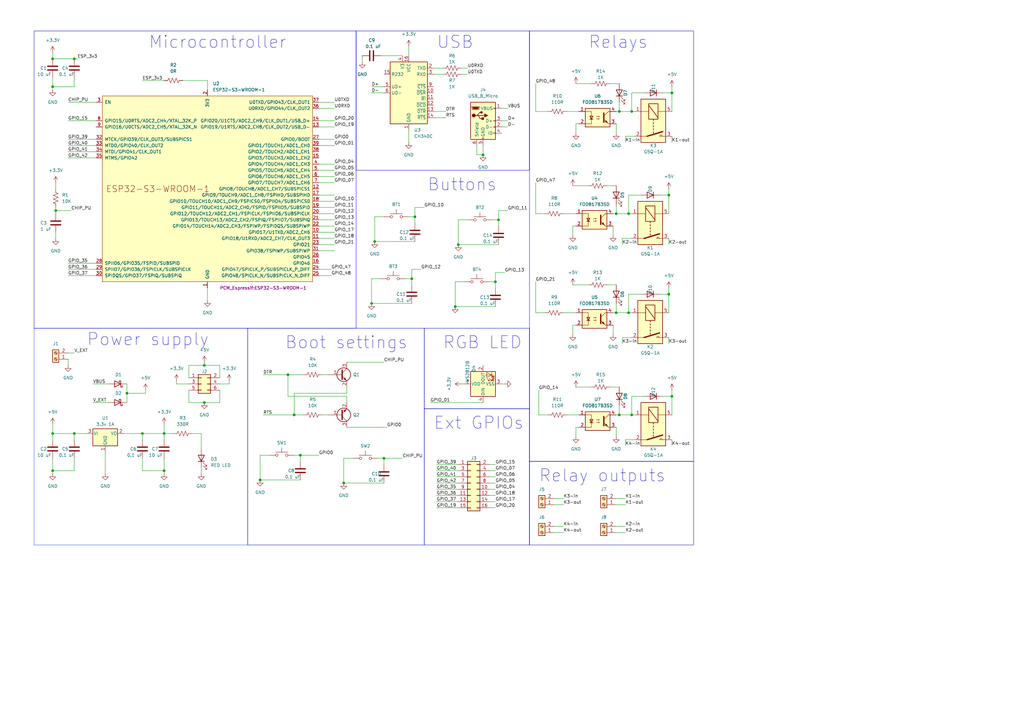
<source format=kicad_sch>
(kicad_sch (version 20230121) (generator eeschema)
  (paper "A3")
  (title_block (title "ESP32 Relay") (date "2023-07-29") (rev "V1") (company "Easy Learning"))
  (junction (at 157.48 187.96))
  (junction (at 118.11 153.67))
  (junction (at 252.73 128.27))
  (junction (at 187.96 100.33))
  (junction (at 106.68 196.85))
  (junction (at 21.59 35.56))
  (junction (at 198.12 63.5))
  (junction (at 52.07 161.29))
  (junction (at 21.59 177.8))
  (junction (at 83.82 149.86))
  (junction (at 259.08 45.72))
  (junction (at 170.18 88.9))
  (junction (at 21.59 24.13))
  (junction (at 30.48 24.13))
  (junction (at 67.31 177.8))
  (junction (at 140.97 198.12))
  (junction (at 67.31 193.04))
  (junction (at 275.59 162.56))
  (junction (at 22.86 86.36))
  (junction (at 30.48 177.8))
  (junction (at 274.32 120.65))
  (junction (at 257.81 87.63))
  (junction (at 153.67 99.06))
  (junction (at 257.81 128.27))
  (junction (at 275.59 38.1))
  (junction (at 21.59 193.04))
  (junction (at 254 170.18))
  (junction (at 254 45.72))
  (junction (at 252.73 87.63))
  (junction (at 259.08 170.18))
  (junction (at 274.32 80.01))
  (junction (at 123.19 186.69))
  (junction (at 203.2 115.57))
  (junction (at 58.42 177.8))
  (junction (at 152.4 124.46))
  (junction (at 204.47 90.17))
  (junction (at 186.69 125.73))
  (junction (at 120.65 170.18))
  (junction (at 83.82 165.1))
  (junction (at 168.91 114.3))
  (wire (pts (xy 21.59 35.56) (xy 21.59 36.83)))
  (wire (pts (xy 77.47 165.1) (xy 83.82 165.1)))
  (wire (pts (xy 107.95 153.67) (xy 118.11 153.67)))
  (wire (pts (xy 170.18 88.9) (xy 167.64 88.9)))
  (wire (pts (xy 232.41 170.18) (xy 237.49 170.18)))
  (wire (pts (xy 72.39 157.48) (xy 72.39 156.21)))
  (wire (pts (xy 140.97 198.12) (xy 157.48 198.12)))
  (wire (pts (xy 252.73 87.63) (xy 257.81 87.63)))
  (wire (pts (xy 27.94 147.32) (xy 27.94 149.86)))
  (wire (pts (xy 236.22 158.75) (xy 242.57 158.75)))
  (wire (pts (xy 255.27 97.79) (xy 259.08 97.79)))
  (wire (pts (xy 118.11 153.67) (xy 118.11 162.56)))
  (wire (pts (xy 257.81 87.63) (xy 259.08 87.63)))
  (wire (pts (xy 204.47 90.17) (xy 201.93 90.17)))
  (wire (pts (xy 220.98 170.18) (xy 224.79 170.18)))
  (wire (pts (xy 21.59 177.8) (xy 30.48 177.8)))
  (wire (pts (xy 219.71 45.72) (xy 224.79 45.72)))
  (wire (pts (xy 67.31 180.34) (xy 67.31 177.8)))
  (wire (pts (xy 257.81 80.01) (xy 257.81 87.63)))
  (wire (pts (xy 130.81 41.91) (xy 137.16 41.91)))
  (wire (pts (xy 90.17 157.48) (xy 93.98 157.48)))
  (wire (pts (xy 77.47 154.94) (xy 77.47 149.86)))
  (wire (pts (xy 259.08 38.1) (xy 259.08 45.72)))
  (wire (pts (xy 252.73 215.9) (xy 256.54 215.9)))
  (wire (pts (xy 179.07 203.2) (xy 187.96 203.2)))
  (wire (pts (xy 189.23 30.48) (xy 191.77 30.48)))
  (wire (pts (xy 142.24 162.56) (xy 118.11 162.56)))
  (wire (pts (xy 93.98 157.48) (xy 93.98 156.21)))
  (wire (pts (xy 59.69 161.29) (xy 52.07 161.29)))
  (wire (pts (xy 190.5 115.57) (xy 186.69 115.57)))
  (wire (pts (xy 168.91 116.84) (xy 168.91 114.3)))
  (wire (pts (xy 179.07 208.28) (xy 187.96 208.28)))
  (wire (pts (xy 130.81 57.15) (xy 137.16 57.15)))
  (wire (pts (xy 27.94 110.49) (xy 39.37 110.49)))
  (wire (pts (xy 220.98 160.02) (xy 220.98 170.18)))
  (wire (pts (xy 21.59 177.8) (xy 21.59 180.34)))
  (wire (pts (xy 30.48 187.96) (xy 30.48 193.04)))
  (wire (pts (xy 130.81 97.79) (xy 137.16 97.79)))
  (wire (pts (xy 67.31 193.04) (xy 67.31 194.31)))
  (wire (pts (xy 30.48 31.75) (xy 30.48 35.56)))
  (wire (pts (xy 27.94 64.77) (xy 39.37 64.77)))
  (wire (pts (xy 67.31 177.8) (xy 58.42 177.8)))
  (wire (pts (xy 130.81 80.01) (xy 137.16 80.01)))
  (wire (pts (xy 22.86 95.25) (xy 22.86 97.79)))
  (wire (pts (xy 21.59 193.04) (xy 21.59 194.31)))
  (wire (pts (xy 130.81 72.39) (xy 137.16 72.39)))
  (wire (pts (xy 256.54 58.42) (xy 256.54 55.88)))
  (wire (pts (xy 170.18 91.44) (xy 170.18 88.9)))
  (wire (pts (xy 90.17 154.94) (xy 90.17 149.86)))
  (wire (pts (xy 203.2 111.76) (xy 207.01 111.76)))
  (wire (pts (xy 256.54 182.88) (xy 256.54 180.34)))
  (wire (pts (xy 179.07 205.74) (xy 187.96 205.74)))
  (wire (pts (xy 120.65 170.18) (xy 124.46 170.18)))
  (wire (pts (xy 255.27 100.33) (xy 255.27 97.79)))
  (wire (pts (xy 130.81 95.25) (xy 137.16 95.25)))
  (wire (pts (xy 274.32 77.47) (xy 274.32 80.01)))
  (wire (pts (xy 167.64 19.05) (xy 167.64 22.86)))
  (wire (pts (xy 252.73 50.8) (xy 252.73 54.61)))
  (wire (pts (xy 252.73 45.72) (xy 254 45.72)))
  (wire (pts (xy 262.89 120.65) (xy 257.81 120.65)))
  (wire (pts (xy 77.47 160.02) (xy 77.47 165.1)))
  (wire (pts (xy 85.09 33.02) (xy 85.09 36.83)))
  (wire (pts (xy 264.16 38.1) (xy 259.08 38.1)))
  (wire (pts (xy 123.19 186.69) (xy 130.81 186.69)))
  (wire (pts (xy 237.49 175.26) (xy 236.22 175.26)))
  (wire (pts (xy 27.94 113.03) (xy 39.37 113.03)))
  (wire (pts (xy 248.92 76.2) (xy 252.73 76.2)))
  (wire (pts (xy 130.81 44.45) (xy 137.16 44.45)))
  (wire (pts (xy 236.22 92.71) (xy 234.95 92.71)))
  (wire (pts (xy 130.81 110.49) (xy 135.89 110.49)))
  (wire (pts (xy 142.24 175.26) (xy 158.75 175.26)))
  (wire (pts (xy 52.07 157.48) (xy 52.07 161.29)))
  (wire (pts (xy 251.46 87.63) (xy 252.73 87.63)))
  (wire (pts (xy 274.32 97.79) (xy 274.32 100.33)))
  (wire (pts (xy 203.2 111.76) (xy 203.2 115.57)))
  (wire (pts (xy 22.86 86.36) (xy 29.21 86.36)))
  (wire (pts (xy 152.4 38.1) (xy 157.48 38.1)))
  (wire (pts (xy 177.8 30.48) (xy 181.61 30.48)))
  (wire (pts (xy 264.16 162.56) (xy 259.08 162.56)))
  (wire (pts (xy 252.73 204.47) (xy 256.54 204.47)))
  (wire (pts (xy 153.67 99.06) (xy 170.18 99.06)))
  (wire (pts (xy 274.32 120.65) (xy 274.32 128.27)))
  (wire (pts (xy 255.27 140.97) (xy 255.27 138.43)))
  (wire (pts (xy 168.91 110.49) (xy 168.91 114.3)))
  (wire (pts (xy 22.86 85.09) (xy 22.86 86.36)))
  (wire (pts (xy 148.59 22.86) (xy 148.59 25.4)))
  (wire (pts (xy 132.08 153.67) (xy 134.62 153.67)))
  (wire (pts (xy 251.46 133.35) (xy 251.46 137.16)))
  (wire (pts (xy 130.81 100.33) (xy 137.16 100.33)))
  (wire (pts (xy 259.08 45.72) (xy 260.35 45.72)))
  (wire (pts (xy 67.31 177.8) (xy 71.12 177.8)))
  (wire (pts (xy 30.48 193.04) (xy 21.59 193.04)))
  (wire (pts (xy 27.94 62.23) (xy 39.37 62.23)))
  (wire (pts (xy 219.71 128.27) (xy 223.52 128.27)))
  (wire (pts (xy 58.42 187.96) (xy 58.42 193.04)))
  (wire (pts (xy 38.1 157.48) (xy 44.45 157.48)))
  (wire (pts (xy 234.95 133.35) (xy 234.95 137.16)))
  (wire (pts (xy 142.24 165.1) (xy 142.24 162.56)))
  (wire (pts (xy 179.07 193.04) (xy 187.96 193.04)))
  (wire (pts (xy 254 166.37) (xy 254 170.18)))
  (wire (pts (xy 152.4 124.46) (xy 168.91 124.46)))
  (wire (pts (xy 198.12 59.69) (xy 198.12 63.5)))
  (wire (pts (xy 152.4 114.3) (xy 152.4 124.46)))
  (wire (pts (xy 274.32 138.43) (xy 274.32 140.97)))
  (wire (pts (xy 152.4 35.56) (xy 157.48 35.56)))
  (wire (pts (xy 83.82 149.86) (xy 83.82 148.59)))
  (wire (pts (xy 200.66 195.58) (xy 203.2 195.58)))
  (wire (pts (xy 123.19 186.69) (xy 120.65 186.69)))
  (wire (pts (xy 157.48 187.96) (xy 154.94 187.96)))
  (wire (pts (xy 144.78 187.96) (xy 140.97 187.96)))
  (wire (pts (xy 123.19 189.23) (xy 123.19 186.69)))
  (wire (pts (xy 257.81 120.65) (xy 257.81 128.27)))
  (wire (pts (xy 179.07 190.5) (xy 187.96 190.5)))
  (wire (pts (xy 130.81 67.31) (xy 137.16 67.31)))
  (wire (pts (xy 179.07 200.66) (xy 187.96 200.66)))
  (wire (pts (xy 200.66 205.74) (xy 203.2 205.74)))
  (wire (pts (xy 189.23 157.48) (xy 190.5 157.48)))
  (wire (pts (xy 132.08 170.18) (xy 134.62 170.18)))
  (wire (pts (xy 205.74 44.45) (xy 208.28 44.45)))
  (wire (pts (xy 30.48 177.8) (xy 35.56 177.8)))
  (wire (pts (xy 130.81 92.71) (xy 137.16 92.71)))
  (wire (pts (xy 200.66 198.12) (xy 203.2 198.12)))
  (wire (pts (xy 67.31 173.99) (xy 67.31 177.8)))
  (wire (pts (xy 27.94 41.91) (xy 39.37 41.91)))
  (wire (pts (xy 90.17 165.1) (xy 83.82 165.1)))
  (wire (pts (xy 186.69 115.57) (xy 186.69 125.73)))
  (wire (pts (xy 275.59 55.88) (xy 275.59 58.42)))
  (wire (pts (xy 130.81 82.55) (xy 137.16 82.55)))
  (wire (pts (xy 179.07 198.12) (xy 187.96 198.12)))
  (wire (pts (xy 251.46 92.71) (xy 251.46 96.52)))
  (wire (pts (xy 59.69 160.02) (xy 59.69 161.29)))
  (wire (pts (xy 168.91 114.3) (xy 166.37 114.3)))
  (wire (pts (xy 77.47 157.48) (xy 72.39 157.48)))
  (wire (pts (xy 156.21 22.86) (xy 165.1 22.86)))
  (wire (pts (xy 170.18 85.09) (xy 173.99 85.09)))
  (wire (pts (xy 219.71 115.57) (xy 219.71 128.27)))
  (wire (pts (xy 200.66 193.04) (xy 203.2 193.04)))
  (wire (pts (xy 21.59 173.99) (xy 21.59 177.8)))
  (wire (pts (xy 58.42 193.04) (xy 67.31 193.04)))
  (wire (pts (xy 227.33 215.9) (xy 231.14 215.9)))
  (wire (pts (xy 219.71 34.29) (xy 219.71 45.72)))
  (wire (pts (xy 187.96 100.33) (xy 204.47 100.33)))
  (wire (pts (xy 130.81 52.07) (xy 137.16 52.07)))
  (wire (pts (xy 195.58 63.5) (xy 198.12 63.5)))
  (wire (pts (xy 254 170.18) (xy 259.08 170.18)))
  (wire (pts (xy 275.59 180.34) (xy 275.59 182.88)))
  (wire (pts (xy 82.55 191.77) (xy 82.55 194.31)))
  (wire (pts (xy 234.95 116.84) (xy 241.3 116.84)))
  (wire (pts (xy 90.17 160.02) (xy 90.17 165.1)))
  (wire (pts (xy 58.42 33.02) (xy 67.31 33.02)))
  (wire (pts (xy 259.08 162.56) (xy 259.08 170.18)))
  (wire (pts (xy 257.81 128.27) (xy 259.08 128.27)))
  (wire (pts (xy 275.59 162.56) (xy 275.59 170.18)))
  (wire (pts (xy 254 45.72) (xy 259.08 45.72)))
  (wire (pts (xy 227.33 207.01) (xy 231.14 207.01)))
  (wire (pts (xy 256.54 180.34) (xy 260.35 180.34)))
  (wire (pts (xy 250.19 158.75) (xy 254 158.75)))
  (wire (pts (xy 232.41 45.72) (xy 237.49 45.72)))
  (wire (pts (xy 21.59 31.75) (xy 21.59 35.56)))
  (wire (pts (xy 270.51 120.65) (xy 274.32 120.65)))
  (wire (pts (xy 200.66 208.28) (xy 203.2 208.28)))
  (wire (pts (xy 110.49 186.69) (xy 106.68 186.69)))
  (wire (pts (xy 205.74 157.48) (xy 207.01 157.48)))
  (wire (pts (xy 74.93 33.02) (xy 85.09 33.02)))
  (wire (pts (xy 274.32 118.11) (xy 274.32 120.65)))
  (wire (pts (xy 130.81 90.17) (xy 137.16 90.17)))
  (wire (pts (xy 30.48 24.13) (xy 31.75 24.13)))
  (wire (pts (xy 167.64 53.34) (xy 167.64 58.42)))
  (wire (pts (xy 252.73 124.46) (xy 252.73 128.27)))
  (wire (pts (xy 248.92 116.84) (xy 252.73 116.84)))
  (wire (pts (xy 170.18 85.09) (xy 170.18 88.9)))
  (wire (pts (xy 52.07 161.29) (xy 52.07 165.1)))
  (wire (pts (xy 27.94 59.69) (xy 39.37 59.69)))
  (wire (pts (xy 21.59 21.59) (xy 21.59 24.13)))
  (wire (pts (xy 252.73 175.26) (xy 252.73 179.07)))
  (wire (pts (xy 203.2 115.57) (xy 200.66 115.57)))
  (wire (pts (xy 140.97 187.96) (xy 140.97 198.12)))
  (wire (pts (xy 236.22 175.26) (xy 236.22 179.07)))
  (wire (pts (xy 205.74 52.07) (xy 208.28 52.07)))
  (wire (pts (xy 130.81 102.87) (xy 137.16 102.87)))
  (wire (pts (xy 200.66 190.5) (xy 203.2 190.5)))
  (wire (pts (xy 252.73 218.44) (xy 256.54 218.44)))
  (wire (pts (xy 21.59 24.13) (xy 30.48 24.13)))
  (wire (pts (xy 58.42 177.8) (xy 58.42 180.34)))
  (wire (pts (xy 130.81 74.93) (xy 137.16 74.93)))
  (wire (pts (xy 255.27 138.43) (xy 259.08 138.43)))
  (wire (pts (xy 275.59 160.02) (xy 275.59 162.56)))
  (wire (pts (xy 236.22 133.35) (xy 234.95 133.35)))
  (wire (pts (xy 142.24 158.75) (xy 142.24 161.29)))
  (wire (pts (xy 118.11 153.67) (xy 124.46 153.67)))
  (wire (pts (xy 219.71 74.93) (xy 219.71 87.63)))
  (wire (pts (xy 177.8 27.94) (xy 181.61 27.94)))
  (wire (pts (xy 179.07 195.58) (xy 187.96 195.58)))
  (wire (pts (xy 200.66 200.66) (xy 203.2 200.66)))
  (wire (pts (xy 182.88 48.26) (xy 177.8 48.26)))
  (wire (pts (xy 251.46 128.27) (xy 252.73 128.27)))
  (wire (pts (xy 237.49 50.8) (xy 236.22 50.8)))
  (wire (pts (xy 82.55 177.8) (xy 82.55 184.15)))
  (wire (pts (xy 157.48 187.96) (xy 165.1 187.96)))
  (wire (pts (xy 219.71 87.63) (xy 223.52 87.63)))
  (wire (pts (xy 168.91 110.49) (xy 172.72 110.49)))
  (wire (pts (xy 203.2 118.11) (xy 203.2 115.57)))
  (wire (pts (xy 130.81 85.09) (xy 137.16 85.09)))
  (wire (pts (xy 236.22 50.8) (xy 236.22 54.61)))
  (wire (pts (xy 252.73 207.01) (xy 256.54 207.01)))
  (wire (pts (xy 231.14 128.27) (xy 236.22 128.27)))
  (wire (pts (xy 227.33 204.47) (xy 231.14 204.47)))
  (wire (pts (xy 191.77 90.17) (xy 187.96 90.17)))
  (wire (pts (xy 22.86 86.36) (xy 22.86 87.63)))
  (wire (pts (xy 259.08 170.18) (xy 260.35 170.18)))
  (wire (pts (xy 43.18 185.42) (xy 43.18 194.31)))
  (wire (pts (xy 157.48 190.5) (xy 157.48 187.96)))
  (wire (pts (xy 271.78 162.56) (xy 275.59 162.56)))
  (wire (pts (xy 130.81 69.85) (xy 137.16 69.85)))
  (wire (pts (xy 270.51 80.01) (xy 274.32 80.01)))
  (wire (pts (xy 130.81 87.63) (xy 137.16 87.63)))
  (wire (pts (xy 205.74 49.53) (xy 208.28 49.53)))
  (wire (pts (xy 204.47 86.36) (xy 204.47 90.17)))
  (wire (pts (xy 256.54 55.88) (xy 260.35 55.88)))
  (wire (pts (xy 252.73 128.27) (xy 257.81 128.27)))
  (wire (pts (xy 27.94 49.53) (xy 39.37 49.53)))
  (wire (pts (xy 177.8 45.72) (xy 182.88 45.72)))
  (wire (pts (xy 262.89 80.01) (xy 257.81 80.01)))
  (wire (pts (xy 236.22 34.29) (xy 242.57 34.29)))
  (wire (pts (xy 106.68 186.69) (xy 106.68 196.85)))
  (wire (pts (xy 234.95 92.71) (xy 234.95 96.52)))
  (wire (pts (xy 186.69 125.73) (xy 203.2 125.73)))
  (wire (pts (xy 27.94 144.78) (xy 30.48 144.78)))
  (wire (pts (xy 130.81 49.53) (xy 137.16 49.53)))
  (wire (pts (xy 27.94 57.15) (xy 39.37 57.15)))
  (wire (pts (xy 30.48 177.8) (xy 30.48 180.34)))
  (wire (pts (xy 106.68 196.85) (xy 123.19 196.85)))
  (wire (pts (xy 189.23 27.94) (xy 191.77 27.94)))
  (wire (pts (xy 22.86 74.93) (xy 22.86 77.47)))
  (wire (pts (xy 227.33 218.44) (xy 231.14 218.44)))
  (wire (pts (xy 21.59 35.56) (xy 30.48 35.56)))
  (wire (pts (xy 90.17 149.86) (xy 83.82 149.86)))
  (wire (pts (xy 21.59 187.96) (xy 21.59 193.04)))
  (wire (pts (xy 142.24 148.59) (xy 157.48 148.59)))
  (wire (pts (xy 50.8 177.8) (xy 58.42 177.8)))
  (wire (pts (xy 271.78 38.1) (xy 275.59 38.1)))
  (wire (pts (xy 252.73 83.82) (xy 252.73 87.63)))
  (wire (pts (xy 204.47 92.71) (xy 204.47 90.17)))
  (wire (pts (xy 204.47 86.36) (xy 208.28 86.36)))
  (wire (pts (xy 78.74 177.8) (xy 82.55 177.8)))
  (wire (pts (xy 130.81 59.69) (xy 137.16 59.69)))
  (wire (pts (xy 77.47 149.86) (xy 83.82 149.86)))
  (wire (pts (xy 107.95 170.18) (xy 120.65 170.18)))
  (wire (pts (xy 153.67 88.9) (xy 153.67 99.06)))
  (wire (pts (xy 254 41.91) (xy 254 45.72)))
  (wire (pts (xy 157.48 88.9) (xy 153.67 88.9)))
  (wire (pts (xy 195.58 59.69) (xy 195.58 63.5)))
  (wire (pts (xy 67.31 187.96) (xy 67.31 193.04)))
  (wire (pts (xy 234.95 76.2) (xy 241.3 76.2)))
  (wire (pts (xy 130.81 113.03) (xy 135.89 113.03)))
  (wire (pts (xy 187.96 90.17) (xy 187.96 100.33)))
  (wire (pts (xy 250.19 34.29) (xy 254 34.29)))
  (wire (pts (xy 274.32 80.01) (xy 274.32 87.63)))
  (wire (pts (xy 156.21 114.3) (xy 152.4 114.3)))
  (wire (pts (xy 27.94 107.95) (xy 39.37 107.95)))
  (wire (pts (xy 176.53 165.1) (xy 198.12 165.1)))
  (wire (pts (xy 252.73 170.18) (xy 254 170.18)))
  (wire (pts (xy 275.59 38.1) (xy 275.59 45.72)))
  (wire (pts (xy 275.59 35.56) (xy 275.59 38.1)))
  (wire (pts (xy 200.66 203.2) (xy 203.2 203.2)))
  (wire (pts (xy 38.1 165.1) (xy 44.45 165.1)))
  (wire (pts (xy 85.09 118.11) (xy 85.09 123.19)))
  (wire (pts (xy 120.65 161.29) (xy 120.65 170.18)))
  (wire (pts (xy 231.14 87.63) (xy 236.22 87.63)))
  (wire (pts (xy 142.24 161.29) (xy 120.65 161.29)))
  (rectangle (start 173.99 134.62) (end 217.17 167.64))
  (rectangle (start 217.17 12.7) (end 284.48 189.23))
  (rectangle (start 217.17 189.23) (end 284.48 223.52))
  (rectangle (start 101.6 134.62) (end 173.99 223.52))
  (rectangle (start 173.99 167.64) (end 217.17 223.52))
  (rectangle (start 146.05 12.7) (end 217.17 69.85))
  (rectangle (start 13.97 134.62) (end 101.6 223.52) (stroke (width 0) (color 50 71 255 1)))
  (rectangle (start 13.97 12.7) (end 146.05 134.62))
  (text "Relays" (at 241.3 20.32 0) (effects (font (size 5 5)) (justify left bottom)))
  (text "Buttons" (at 175.26 78.74 0) (effects (font (size 5 5)) (justify left bottom)))
  (text "Microcontroller" (at 60.96 20.32 0) (effects (font (size 5 5)) (justify left bottom)))
  (text "USB" (at 179.07 20.32 0) (effects (font (size 5 5)) (justify left bottom)))
  (text "Boot settings" (at 116.84 143.51 0) (effects (font (size 5 5)) (justify left bottom)))
  (text "Relay outputs\n" (at 220.98 198.12 0) (effects (font (size 5 5)) (justify left bottom)))
  (text "RGB LED\n" (at 181.61 143.51 0) (effects (font (size 5 5)) (justify left bottom)))
  (text "Ext GPIOs\n" (at 177.8 176.53 0) (effects (font (size 5 5)) (justify left bottom)))
  (text "Power supply\n" (at 35.56 142.24 0) (effects (font (size 5 5)) (justify left bottom)))
  (label "K3-out" (at 231.14 207.01 0))
  (label "GPIO_13" (at 207.01 111.76 0))
  (label "GPIO_47" (at 219.71 74.93 0))
  (label "GPIO_42" (at 27.94 64.77 0))
  (label "GPIO_12" (at 172.72 110.49 0))
  (label "GPIO_01" (at 137.16 59.69 0))
  (label "GPIO_37" (at 27.94 113.03 0))
  (label "GPIO_17" (at 137.16 95.25 0))
  (label "K4-in" (at 256.54 182.88 0))
  (label "GPIO_01" (at 176.53 165.1 0))
  (label "K1-out" (at 275.59 58.42 0))
  (label "K1-in" (at 256.54 58.42 0))
  (label "GPIO_07" (at 137.16 74.93 0))
  (label "V_EXT" (at 30.48 144.78 0))
  (label "RTS" (at 182.88 48.26 0))
  (label "GPIO_36" (at 27.94 110.49 0))
  (label "GPIO_20" (at 203.2 208.28 0))
  (label "K4-in" (at 231.14 215.9 0))
  (label "GPIO_04" (at 203.2 200.66 0))
  (label "D-" (at 208.28 52.07 0))
  (label "GPIO_06" (at 137.16 72.39 0))
  (label "GPIO_11" (at 137.16 85.09 0))
  (label "GPIO_17" (at 203.2 205.74 0))
  (label "K2-out" (at 274.32 100.33 0))
  (label "D-" (at 152.4 38.1 0))
  (label "GPIO_20" (at 137.16 49.53 0))
  (label "GPIO0" (at 137.16 57.15 0))
  (label "GPIO_48" (at 135.89 113.03 0))
  (label "GPIO_15" (at 27.94 49.53 0))
  (label "GPIO0" (at 130.81 186.69 0))
  (label "ESP_3v3" (at 31.75 24.13 0))
  (label "RTS" (at 107.95 170.18 0))
  (label "K3-in" (at 231.14 204.47 0))
  (label "V_EXT" (at 38.1 165.1 0))
  (label "U0TXD" (at 191.77 30.48 0))
  (label "GPIO_10" (at 137.16 82.55 0))
  (label "GPIO_48" (at 219.71 34.29 0))
  (label "GPIO_19" (at 137.16 52.07 0))
  (label "GPIO_40" (at 179.07 193.04 0))
  (label "GPIO_15" (at 203.2 190.5 0))
  (label "K1-out" (at 256.54 207.01 0))
  (label "K3-out" (at 274.32 140.97 0))
  (label "DTR" (at 107.95 153.67 0))
  (label "GPIO_18" (at 203.2 203.2 0))
  (label "GPIO_10" (at 173.99 85.09 0))
  (label "GPIO_19" (at 179.07 208.28 0))
  (label "CHIP_PU" (at 165.1 187.96 0))
  (label "GPIO_40" (at 27.94 59.69 0))
  (label "ESP_3v3" (at 58.42 33.02 0))
  (label "K2-in" (at 255.27 100.33 0))
  (label "GPIO_37" (at 179.07 205.74 0))
  (label "GPIO_12" (at 137.16 87.63 0))
  (label "K4-out" (at 231.14 218.44 0))
  (label "CHIP_PU" (at 27.94 41.91 0))
  (label "CHIP_PU" (at 29.21 86.36 0))
  (label "GPIO_39" (at 179.07 190.5 0))
  (label "GPIO_07" (at 203.2 193.04 0))
  (label "K2-in" (at 256.54 215.9 0))
  (label "U0RXD" (at 137.16 44.45 0))
  (label "GPIO0" (at 158.75 175.26 0))
  (label "GPIO_13" (at 137.16 90.17 0))
  (label "GPIO_42" (at 179.07 198.12 0))
  (label "GPIO_35" (at 27.94 107.95 0))
  (label "VBUS" (at 38.1 157.48 0))
  (label "GPIO_35" (at 179.07 200.66 0))
  (label "U0RXD" (at 191.77 27.94 0))
  (label "GPIO_14" (at 220.98 160.02 0))
  (label "K1-in" (at 256.54 204.47 0))
  (label "GPIO_14" (at 137.16 92.71 0))
  (label "GPIO_41" (at 27.94 62.23 0))
  (label "GPIO_11" (at 208.28 86.36 0))
  (label "U0TXD" (at 137.16 41.91 0))
  (label "K3-in" (at 255.27 140.97 0))
  (label "DTR" (at 182.88 45.72 0))
  (label "GPIO_18" (at 137.16 97.79 0))
  (label "GPIO_36" (at 179.07 203.2 0))
  (label "GPIO_05" (at 137.16 69.85 0))
  (label "GPIO_47" (at 135.89 110.49 0))
  (label "GPIO_06" (at 203.2 195.58 0))
  (label "GPIO_05" (at 203.2 198.12 0))
  (label "K2-out" (at 256.54 218.44 0))
  (label "K4-out" (at 275.59 182.88 0))
  (label "VBUS" (at 208.28 44.45 0))
  (label "D+" (at 152.4 35.56 0))
  (label "GPIO_39" (at 27.94 57.15 0))
  (label "GPIO_21" (at 219.71 115.57 0))
  (label "D+" (at 208.28 49.53 0))
  (label "GPIO_41" (at 179.07 195.58 0))
  (label "CHIP_PU" (at 157.48 148.59 0))
  (label "GPIO_21" (at 137.16 100.33 0))
  (label "GPIO_04" (at 137.16 67.31 0))
  (symbol (lib_id "power:GND") (at 234.95 137.16 0) (unit 1)
    (property "Reference" "#PWR033" (effects hide))
    (property "Value" "GND" (at 234.95 142.24 0))
  )
  (symbol (lib_id "Device:R_US") (at 128.27 170.18 90) (unit 1)
    (property "Reference" "R5" (at 128.27 163.83 90))
    (property "Value" "10K" (at 128.27 166.37 90))
    (property "Footprint" "Resistor_SMD:R_1206_3216Metric" (effects hide))
    (property "Datasheet" "https://industrial.panasonic.com/ww/products/pt/general-purpose-chip-resistors/models/ERJ-8GEYJ103V" (effects hide))
    (property "Manufacturer" "Panasonic Electronic Components" (effects hide))
    (property "Product Number" "ERJ-8GEYJ103V" (effects hide))
    (property "Description" "RES SMD 10K OHM 5% 1/4W 1206" (effects hide))
    (property "Price" "0.12" (effects hide))
  )
  (symbol (lib_id "power:+3.3V") (at 72.39 156.21 0) (unit 1)
    (property "Reference" "#PWR012" (effects hide))
    (property "Value" "+3.3V" (at 72.39 151.13 0))
  )
  (symbol (lib_id "Device:Q_NPN_BEC") (at 139.7 153.67 0) (unit 1)
    (property "Reference" "Q1" (at 144.78 153.67 0) (effects (justify left)))
    (property "Value" "Q_NPN_BEC" (effects hide))
    (property "Footprint" "Package_TO_SOT_SMD:SOT-23-3" (effects hide))
    (property "Datasheet" "https://www.onsemi.com/pdf/datasheet/mmbt2222lt1-d.pdf" (effects hide))
    (property "Manufacturer" "onsemi" (effects hide))
    (property "Product Number" "MMBT2222LT1G" (effects hide))
    (property "Description" "Bipolar (BJT) Transistor NPN 30 V 600 mA 250MHz 300 mW Surface Mount SOT-23-3 (TO-236)" (effects hide))
    (property "Price" "0.16" (effects hide))
  )
  (symbol (lib_id "Relay:G5Q-1A") (at 266.7 92.71 270) (unit 1)
    (property "Reference" "K1" (at 266.7 101.6 90))
    (property "Value" "G5Q-1A" (at 266.7 104.14 90))
    (property "Footprint" "Relay_THT:Relay_SPST_Omron-G5Q-1A" (effects hide))
    (property "Datasheet" "https://www.omron.com/ecb/products/pdf/en-g5q.pdf" (effects hide))
    (property "Manufacturer" "Omron Electronics Inc-EMC Div" (effects hide))
    (property "Product Number" "G5Q-1A4 DC5" (effects hide))
    (property "Description" "General Purpose Relay SPST-NO (1 Form A) 5VDC Coil Through Hole" (effects hide))
    (property "Price" "1.57" (effects hide))
  )
  (symbol (lib_id "power:+5V") (at 234.95 76.2 0) (unit 1)
    (property "Reference" "#PWR030" (effects hide))
    (property "Value" "+5V" (at 234.95 71.12 0))
  )
  (symbol (lib_id "Isolator:LTV-817S") (at 245.11 172.72 0) (unit 1)
    (property "Reference" "U7" (at 245.11 163.83 0))
    (property "Value" "FOD817B3SD" (at 245.11 166.37 0))
    (property "Footprint" "Package_DIP:SMDIP-4_W9.53mm" (effects hide))
    (property "Datasheet" "https://www.onsemi.com/pdf/datasheet/fod814-d.pdf" (effects hide))
    (property "Manufacturer" "onsemi" (effects hide))
    (property "Product Number" "FOD817B3SD" (effects hide))
    (property "Description" "Optoisolator Transistor Output 5000Vrms 1 Channel 4-SMD" (effects hide))
    (property "Price" "0.53" (effects hide))
  )
  (symbol (lib_id "Device:R_US") (at 245.11 76.2 90) (unit 1)
    (property "Reference" "R12" (at 245.11 71.12 90))
    (property "Value" "1K" (at 245.11 73.66 90))
    (property "Footprint" "Resistor_SMD:R_1206_3216Metric" (effects hide))
    (property "Datasheet" "https://industrial.panasonic.com/ww/products/pt/general-purpose-chip-resistors/models/ERJ-P08J102V" (effects hide))
    (property "Manufacturer" "Panasonic Electronic Components" (effects hide))
    (property "Product Number" "ERJ-P08J102V" (effects hide))
    (property "Description" "RES SMD 1K OHM 5% 2/3W 1206" (effects hide))
    (property "Price" "0.14" (effects hide))
  )
  (symbol (lib_id "Device:R_US") (at 185.42 27.94 90) (unit 1)
    (property "Reference" "R6" (at 185.42 22.86 90))
    (property "Value" "1K" (at 185.42 25.4 90))
    (property "Footprint" "Resistor_SMD:R_1206_3216Metric" (effects hide))
    (property "Datasheet" "https://industrial.panasonic.com/ww/products/pt/general-purpose-chip-resistors/models/ERJ-P08J102V" (effects hide))
    (property "Manufacturer" "Panasonic Electronic Components" (effects hide))
    (property "Product Number" "ERJ-P08J102V" (effects hide))
    (property "Description" "RES SMD 1K OHM 5% 2/3W 1206" (effects hide))
    (property "Price" "0.14" (effects hide))
  )
  (symbol (lib_id "Connector:USB_B_Micro") (at 198.12 49.53 0) (unit 1)
    (property "Reference" "J4" (at 198.12 36.83 0))
    (property "Value" "USB_B_Micro" (at 198.12 39.37 0))
    (property "Footprint" "Connector_USB:USB_Micro-B_Molex_47346-0001" (effects hide))
    (property "Datasheet" "https://tools.molex.com/pdm_docs/sd/473460001_sd.pdf" (effects hide))
    (property "Manufacturer" "Molex" (effects hide))
    (property "Description" "CONN RCPT USB2.0 MICRO B SMD R/A" (effects hide))
    (property "Product Number" "0473460001" (effects hide))
    (property "Price" "1.17" (effects hide))
  )
  (symbol (lib_id "Isolator:LTV-817S") (at 243.84 90.17 0) (unit 1)
    (property "Reference" "U4" (at 243.84 81.28 0))
    (property "Value" "FOD817B3SD" (at 243.84 83.82 0))
    (property "Footprint" "Package_DIP:SMDIP-4_W9.53mm" (effects hide))
    (property "Datasheet" "https://www.onsemi.com/pdf/datasheet/fod814-d.pdf" (effects hide))
    (property "Manufacturer" "onsemi" (effects hide))
    (property "Product Number" "FOD817B3SD" (effects hide))
    (property "Description" "Optoisolator Transistor Output 5000Vrms 1 Channel 4-SMD" (effects hide))
    (property "Price" "0.53" (effects hide))
  )
  (symbol (lib_id "Connector_Generic:Conn_02x08_Odd_Even") (at 193.04 198.12 0) (unit 1)
    (property "Reference" "J3" (at 194.31 187.96 0))
    (property "Value" "Conn_02x08_Odd_Even" (effects hide))
    (property "Footprint" "Connector_PinHeader_2.54mm:PinHeader_2x08_P2.54mm_Vertical_SMD" (effects hide))
    (property "Datasheet" "https://cdn.amphenol-cs.com/media/wysiwyg/files/drawing/54202.pdf" (effects hide))
    (property "Manufacturer" "Amphenol ICC (FCI)" (effects hide))
    (property "Product Number" "54202-G30-08" (effects hide))
    (property "Description" "Connector Header Surface Mount 16 position 0.100\" (2.54mm)" (effects hide))
    (property "Price" "1.06" (effects hide))
  )
  (symbol (lib_id "power:+5V") (at 59.69 160.02 0) (unit 1)
    (property "Reference" "#PWR09" (effects hide))
    (property "Value" "+5V" (at 59.69 154.94 0))
  )
  (symbol (lib_id "Device:R_US") (at 128.27 153.67 90) (unit 1)
    (property "Reference" "R4" (at 128.27 147.32 90))
    (property "Value" "10K" (at 128.27 149.86 90))
    (property "Footprint" "Resistor_SMD:R_1206_3216Metric" (effects hide))
    (property "Datasheet" "https://industrial.panasonic.com/ww/products/pt/general-purpose-chip-resistors/models/ERJ-8GEYJ103V" (effects hide))
    (property "Manufacturer" "Panasonic Electronic Components" (effects hide))
    (property "Product Number" "ERJ-8GEYJ103V" (effects hide))
    (property "Description" "RES SMD 10K OHM 5% 1/4W 1206" (effects hide))
    (property "Price" "0.12" (effects hide))
  )
  (symbol (lib_id "Device:C") (at 21.59 184.15 0) (unit 1)
    (property "Reference" "C2" (at 16.51 184.15 0) (effects (justify left)))
    (property "Value" "10 uF" (at 15.24 186.69 0) (effects (justify left)))
    (property "Footprint" "Capacitor_SMD:C_1206_3216Metric_Pad1.33x1.80mm_HandSolder" (effects hide))
    (property "Datasheet" "https://connect.kemet.com:7667/gateway/IntelliData-ComponentDocumentation/1.0/download/datasheet/C1206C106M3PACTU" (effects hide))
    (property "Manufacturer" "KEMET" (effects hide))
    (property "Product Number" "C1206C106M3PAC7800" (effects hide))
    (property "Description" "CAP CER 10UF 25V X5R 1206" (effects hide))
    (property "Price" "0.27" (effects hide))
  )
  (symbol (lib_id "Device:LED") (at 254 38.1 90) (unit 1)
    (property "Reference" "D7" (at 256.54 38.1 0))
    (property "Value" "Green LED" (effects hide))
    (property "Footprint" "LED_SMD:LED_1206_3216Metric" (effects hide))
    (property "Datasheet" "https://s3-us-west-2.amazonaws.com/catsy.557/Dialight_CBI_data_598-1206_Apr2018.pdf" (effects hide))
    (property "Manufacturer" "Dialight" (effects hide))
    (property "Product Number" "5988270107F" (effects hide))
    (property "Description" "Green 566nm LED Indication - Discrete 2V 1206 (3216 Metric)" (effects hide))
    (property "Price" "0.32" (effects hide))
  )
  (symbol (lib_id "Switch:SW_Push") (at 196.85 90.17 0) (unit 1)
    (property "Reference" "BT2" (at 196.85 85.09 0))
    (property "Value" "SW_Push" (effects hide))
    (property "Footprint" "Button_Switch_SMD:SW_Tactile_SPST_NO_Straight_CK_PTS636Sx25SMTRLFS" (effects hide))
    (property "Datasheet" "https://www.ckswitches.com/media/2779/pts636.pdf" (effects hide))
    (property "Manufacturer" "C&K" (effects hide))
    (property "Product Number" "PTS636 SK25 SMTR LFS" (effects hide))
    (property "Description" "Tactile Switch SPST-NO Top Actuated Surface Mount" (effects hide))
    (property "Price" "0.15" (effects hide))
  )
  (symbol (lib_id "Device:C") (at 157.48 194.31 0) (unit 1)
    (property "Reference" "C10" (at 152.4 194.31 0) (effects (justify left)))
    (property "Value" "0.1 uF" (at 151.13 196.85 0) (effects (justify left)))
    (property "Footprint" "Capacitor_SMD:C_0603_1608Metric_Pad1.08x0.95mm_HandSolder" (effects hide))
    (property "Datasheet" "https://connect.kemet.com:7667/gateway/IntelliData-ComponentDocumentation/1.0/download/datasheet/C0603C104K5RACTU" (effects hide))
    (property "Manufacturer" "KEMET" (effects hide))
    (property "Product Number" "C0603C104K5RAC7867" (effects hide))
    (property "Description" "CAP CER 0.1UF 50V X7R 0603" (effects hide))
    (property "Price" "0.11" (effects hide))
  )
  (symbol (lib_id "Device:D_Schottky") (at 48.26 165.1 180) (unit 1)
    (property "Reference" "D2" (at 48.5775 161.29 0))
    (property "Value" "D_Schottky" (effects hide))
    (property "Footprint" "Diode_SMD:D_SMA" (effects hide))
    (property "Datasheet" "https://www.st.com/content/ccc/resource/technical/document/datasheet/62/6b/2e/7f/34/cb/43/55/CD00001633.pdf/files/CD00001633.pdf/jcr:content/translations/en.CD00001633.pdf" (effects hide))
    (property "Manufacturer" "STMicroelectronics" (effects hide))
    (property "Product Number" "STPS2L30A" (effects hide))
    (property "Description" "DIODE SCHOTTKY 30V 2A SMA" (effects hide))
    (property "Price" "0.36" (effects hide))
  )
  (symbol (lib_id "Device:C") (at 170.18 95.25 0) (unit 1)
    (property "Reference" "C12" (at 163.83 95.25 0) (effects (justify left)))
    (property "Value" "0.1 uF" (at 163.83 97.79 0) (effects (justify left)))
    (property "Footprint" "Capacitor_SMD:C_0603_1608Metric_Pad1.08x0.95mm_HandSolder" (effects hide))
    (property "Datasheet" "https://connect.kemet.com:7667/gateway/IntelliData-ComponentDocumentation/1.0/download/datasheet/C0603C104K5RACTU" (effects hide))
    (property "Manufacturer" "KEMET" (effects hide))
    (property "Product Number" "C0603C104K5RAC7867" (effects hide))
    (property "Description" "CAP CER 0.1UF 50V X7R 0603" (effects hide))
    (property "Price" "0.11" (effects hide))
  )
  (symbol (lib_id "power:GND") (at 186.69 125.73 0) (unit 1)
    (property "Reference" "#PWR025" (effects hide))
    (property "Value" "GND" (effects hide))
  )
  (symbol (lib_id "Diode:MRA4007T3G") (at 267.97 162.56 180) (unit 1)
    (property "Reference" "D12" (at 267.97 158.75 90) (effects (justify left)))
    (property "Value" "NRVA4007T3G" (effects hide))
    (property "Footprint" "Diode_SMD:D_SMA" (effects hide))
    (property "Datasheet" "https://www.onsemi.com/pdf/datasheet/mra4003t3-d.pdf" (effects hide))
    (property "Manufacturer" "onsemi" (effects hide))
    (property "Product Number" "NRVA4007T3G" (effects hide))
    (property "Description" "Diode 1000 V 1A Surface Mount SMA" (effects hide))
    (property "Price" "0.41" (effects hide))
  )
  (symbol (lib_id "Device:LED") (at 252.73 80.01 90) (unit 1)
    (property "Reference" "D5" (at 255.27 80.01 0))
    (property "Value" "Green LED" (effects hide))
    (property "Footprint" "LED_SMD:LED_1206_3216Metric" (effects hide))
    (property "Datasheet" "https://s3-us-west-2.amazonaws.com/catsy.557/Dialight_CBI_data_598-1206_Apr2018.pdf" (effects hide))
    (property "Manufacturer" "Dialight" (effects hide))
    (property "Product Number" "5988270107F" (effects hide))
    (property "Description" "Green 566nm LED Indication - Discrete 2V 1206 (3216 Metric)" (effects hide))
    (property "Price" "0.32" (effects hide))
  )
  (symbol (lib_id "power:GND") (at 167.64 58.42 0) (unit 1)
    (property "Reference" "#PWR024" (effects hide))
    (property "Value" "GND" (at 167.64 63.5 0))
  )
  (symbol (lib_id "power:+5V") (at 275.59 160.02 0) (unit 1)
    (property "Reference" "#PWR045" (effects hide))
    (property "Value" "+5V" (at 275.59 154.94 0))
  )
  (symbol (lib_id "Switch:SW_Push") (at 195.58 115.57 0) (unit 1)
    (property "Reference" "BT4" (at 195.58 110.49 0))
    (property "Value" "SW_Push" (effects hide))
    (property "Footprint" "Button_Switch_SMD:SW_Tactile_SPST_NO_Straight_CK_PTS636Sx25SMTRLFS" (effects hide))
    (property "Datasheet" "https://www.ckswitches.com/media/2779/pts636.pdf" (effects hide))
    (property "Manufacturer" "C&K" (effects hide))
    (property "Product Number" "PTS636 SK25 SMTR LFS" (effects hide))
    (property "Description" "Tactile Switch SPST-NO Top Actuated Surface Mount" (effects hide))
    (property "Price" "0.15" (effects hide))
  )
  (symbol (lib_id "Device:C") (at 22.86 91.44 0) (unit 1)
    (property "Reference" "C3" (at 16.51 91.44 0) (effects (justify left)))
    (property "Value" "1 uF" (at 16.51 93.98 0) (effects (justify left)))
    (property "Footprint" "Capacitor_SMD:C_1206_3216Metric_Pad1.33x1.80mm_HandSolder" (effects hide))
    (property "Datasheet" "https://connect.kemet.com:7667/gateway/IntelliData-ComponentDocumentation/1.0/download/datasheet/C1206C105M4RAC7800" (effects hide))
    (property "Manufacturer" "KEMET" (effects hide))
    (property "Product Number" "C1206C105M4RAC7800" (effects hide))
    (property "Description" "1 µF ±20% 16V Ceramic Capacitor X7R 1206 (3216 Metric)" (effects hide))
    (property "Price" "0.17" (effects hide))
  )
  (symbol (lib_id "Diode:MRA4007T3G") (at 267.97 38.1 180) (unit 1)
    (property "Reference" "D11" (at 267.97 34.29 90) (effects (justify left)))
    (property "Value" "NRVA4007T3G" (effects hide))
    (property "Footprint" "Diode_SMD:D_SMA" (effects hide))
    (property "Datasheet" "https://www.onsemi.com/pdf/datasheet/mra4003t3-d.pdf" (effects hide))
    (property "Manufacturer" "onsemi" (effects hide))
    (property "Product Number" "NRVA4007T3G" (effects hide))
    (property "Description" "Diode 1000 V 1A Surface Mount SMA" (effects hide))
    (property "Price" "0.41" (effects hide))
  )
  (symbol (lib_id "Device:R_US") (at 227.33 87.63 90) (unit 1)
    (property "Reference" "R8" (at 227.33 81.28 90))
    (property "Value" "110R" (at 227.33 83.82 90))
    (property "Footprint" "Resistor_SMD:R_1206_3216Metric" (effects hide))
    (property "Datasheet" "https://industrial.panasonic.com/ww/products/pt/general-purpose-chip-resistors/models/ERJ8GEYJ111V" (effects hide))
    (property "Manufacturer" "Panasonic Electronic Components" (effects hide))
    (property "Product Number" "ERJ-8GEYJ111V" (effects hide))
    (property "Description" "±5% 0.25W, 1/4W Chip Resistor 1206 (3216 Metric) Automotive AEC-Q200 Thick Film" (effects hide))
    (property "Price" "0.13" (effects hide))
  )
  (symbol (lib_id "power:GND") (at 153.67 99.06 0) (unit 1)
    (property "Reference" "#PWR022" (effects hide))
    (property "Value" "GND" (at 153.67 104.14 0))
  )
  (symbol (lib_id "Isolator:LTV-817S") (at 243.84 130.81 0) (unit 1)
    (property "Reference" "U5" (at 243.84 121.92 0))
    (property "Value" "FOD817B3SD" (at 243.84 124.46 0))
    (property "Footprint" "Package_DIP:SMDIP-4_W9.53mm" (effects hide))
    (property "Datasheet" "https://www.onsemi.com/pdf/datasheet/fod814-d.pdf" (effects hide))
    (property "Manufacturer" "onsemi" (effects hide))
    (property "Product Number" "FOD817B3SD" (effects hide))
    (property "Description" "Optoisolator Transistor Output 5000Vrms 1 Channel 4-SMD" (effects hide))
    (property "Price" "0.53" (effects hide))
  )
  (symbol (lib_id "power:GND") (at 140.97 198.12 0) (unit 1)
    (property "Reference" "#PWR019" (effects hide))
    (property "Value" "GND" (at 140.97 203.2 0))
  )
  (symbol (lib_id "power:+5V") (at 274.32 77.47 0) (unit 1)
    (property "Reference" "#PWR042" (effects hide))
    (property "Value" "+5V" (at 274.32 72.39 0))
  )
  (symbol (lib_id "power:GND") (at 251.46 137.16 0) (unit 1)
    (property "Reference" "#PWR039" (effects hide))
    (property "Value" "GND" (at 251.46 142.24 0))
  )
  (symbol (lib_id "Connector:Screw_Terminal_01x02") (at 222.25 207.01 180) (unit 1)
    (property "Reference" "J5" (at 222.25 200.66 0))
    (property "Value" "Screw_Terminal_01x02" (effects hide))
    (property "Footprint" "TerminalBlock_Phoenix:TerminalBlock_Phoenix_MKDS-1,5-2_1x02_P5.00mm_Horizontal" (effects hide))
    (property "Datasheet" "https://media.digikey.com/PDF/Data%20Sheets/Phoenix%20Contact%20PDFs/1734656.pdf" (effects hide))
    (property "Manufacturer" "Phoenix Contact" (effects hide))
    (property "Product Number" "1734656" (effects hide))
    (property "Description" "2 Position Wire to Board Terminal Block Horizontal with Board 0.197\" (5.00mm) Through Hole" (effects hide))
    (property "Price" "1.26" (effects hide))
  )
  (symbol (lib_id "Device:C") (at 67.31 184.15 0) (unit 1)
    (property "Reference" "C7" (at 62.23 184.15 0) (effects (justify left)))
    (property "Value" "10 uF" (at 60.96 186.69 0) (effects (justify left)))
    (property "Footprint" "Capacitor_SMD:C_1206_3216Metric_Pad1.33x1.80mm_HandSolder" (effects hide))
    (property "Datasheet" "https://connect.kemet.com:7667/gateway/IntelliData-ComponentDocumentation/1.0/download/datasheet/C1206C106M3PACTU" (effects hide))
    (property "Manufacturer" "KEMET" (effects hide))
    (property "Product Number" "C1206C106M3PAC7800" (effects hide))
    (property "Description" "CAP CER 10UF 25V X5R 1206" (effects hide))
    (property "Price" "0.27" (effects hide))
  )
  (symbol (lib_id "Device:LED") (at 252.73 120.65 90) (unit 1)
    (property "Reference" "D6" (at 255.27 120.65 0))
    (property "Value" "Green LED" (effects hide))
    (property "Footprint" "LED_SMD:LED_1206_3216Metric" (effects hide))
    (property "Datasheet" "https://s3-us-west-2.amazonaws.com/catsy.557/Dialight_CBI_data_598-1206_Apr2018.pdf" (effects hide))
    (property "Manufacturer" "Dialight" (effects hide))
    (property "Product Number" "5988270107F" (effects hide))
    (property "Description" "Green 566nm LED Indication - Discrete 2V 1206 (3216 Metric)" (effects hide))
    (property "Price" "0.32" (effects hide))
  )
  (symbol (lib_id "Device:R_US") (at 246.38 34.29 90) (unit 1)
    (property "Reference" "R14" (at 246.38 29.21 90))
    (property "Value" "1K" (at 246.38 31.75 90))
    (property "Footprint" "Resistor_SMD:R_1206_3216Metric" (effects hide))
    (property "Datasheet" "https://industrial.panasonic.com/ww/products/pt/general-purpose-chip-resistors/models/ERJ-P08J102V" (effects hide))
    (property "Manufacturer" "Panasonic Electronic Components" (effects hide))
    (property "Product Number" "ERJ-P08J102V" (effects hide))
    (property "Description" "RES SMD 1K OHM 5% 2/3W 1206" (effects hide))
    (property "Price" "0.14" (effects hide))
  )
  (symbol (lib_id "power:+5V") (at 236.22 158.75 0) (unit 1)
    (property "Reference" "#PWR036" (effects hide))
    (property "Value" "+5V" (at 236.22 153.67 0))
  )
  (symbol (lib_id "power:+5V") (at 234.95 116.84 0) (unit 1)
    (property "Reference" "#PWR032" (effects hide))
    (property "Value" "+5V" (at 234.95 111.76 0))
  )
  (symbol (lib_id "Device:R_US") (at 185.42 30.48 90) (unit 1)
    (property "Reference" "R7" (at 185.42 33.02 90))
    (property "Value" "1K" (at 185.42 35.56 90))
    (property "Footprint" "Resistor_SMD:R_1206_3216Metric" (effects hide))
    (property "Datasheet" "https://industrial.panasonic.com/ww/products/pt/general-purpose-chip-resistors/models/ERJ-P08J102V" (effects hide))
    (property "Manufacturer" "Panasonic Electronic Components" (effects hide))
    (property "Product Number" "ERJ-P08J102V" (effects hide))
    (property "Description" "RES SMD 1K OHM 5% 2/3W 1206" (effects hide))
    (property "Price" "0.14" (effects hide))
  )
  (symbol (lib_id "power:GND") (at 67.31 194.31 0) (unit 1)
    (property "Reference" "#PWR011" (effects hide))
    (property "Value" "GND" (at 67.31 199.39 0))
  )
  (symbol (lib_id "Device:C") (at 21.59 27.94 0) (unit 1)
    (property "Reference" "C1" (at 16.51 27.94 0) (effects (justify left)))
    (property "Value" "10 uF" (at 15.24 30.48 0) (effects (justify left)))
    (property "Footprint" "Capacitor_SMD:C_1206_3216Metric_Pad1.33x1.80mm_HandSolder" (effects hide))
    (property "Datasheet" "https://connect.kemet.com:7667/gateway/IntelliData-ComponentDocumentation/1.0/download/datasheet/C1206C106M3PACTU" (effects hide))
    (property "Manufacturer" "KEMET" (effects hide))
    (property "Product Number" "C1206C106M3PAC7800" (effects hide))
    (property "Description" "CAP CER 10UF 25V X5R 1206" (effects hide))
    (property "Price" "0.27" (effects hide))
  )
  (symbol (lib_id "Device:R_US") (at 228.6 45.72 90) (unit 1)
    (property "Reference" "R10" (at 228.6 39.37 90))
    (property "Value" "110R" (at 228.6 41.91 90))
    (property "Footprint" "Resistor_SMD:R_1206_3216Metric" (effects hide))
    (property "Datasheet" "https://industrial.panasonic.com/ww/products/pt/general-purpose-chip-resistors/models/ERJ8GEYJ111V" (effects hide))
    (property "Manufacturer" "Panasonic Electronic Components" (effects hide))
    (property "Product Number" "ERJ-8GEYJ111V" (effects hide))
    (property "Description" "±5% 0.25W, 1/4W Chip Resistor 1206 (3216 Metric) Automotive AEC-Q200 Thick Film" (effects hide))
    (property "Price" "0.13" (effects hide))
  )
  (symbol (lib_id "power:+3.3V") (at 22.86 74.93 0) (unit 1)
    (property "Reference" "#PWR05" (effects hide))
    (property "Value" "+3.3V" (at 22.86 69.85 0))
  )
  (symbol (lib_id "PCM_Espressif:ESP32-S3-WROOM-1") (at 85.09 77.47 0) (unit 1)
    (property "Reference" "U2" (at 87.2841 34.29 0) (effects (justify left)))
    (property "Value" "ESP32-S3-WROOM-1" (at 87.2841 36.83 0) (effects (justify left)))
    (property "Footprint" "PCM_Espressif:ESP32-S3-WROOM-1" (at 107.95 118.11 0))
    (property "Datasheet" "https://www.espressif.com/sites/default/files/documentation/esp32-s3-wroom-1_wroom-1u_datasheet_en.pdf" (effects hide))
    (property "Manufacturer" "Espressif Systems" (effects hide))
    (property "Product Number" "ESP32-S3-WROOM-1-N8R2" (effects hide))
    (property "Description" "WiFi 802.11a/b/g/n, Bluetooth v5.0 Transceiver Module 2.4GHz PCB Trace" (effects hide))
    (property "Price" "3.35" (effects hide))
  )
  (symbol (lib_id "Isolator:LTV-817S") (at 245.11 48.26 0) (unit 1)
    (property "Reference" "U6" (at 245.11 39.37 0))
    (property "Value" "FOD817B3SD" (at 245.11 41.91 0))
    (property "Footprint" "Package_DIP:SMDIP-4_W9.53mm" (effects hide))
    (property "Datasheet" "https://www.onsemi.com/pdf/datasheet/fod814-d.pdf" (effects hide))
    (property "Manufacturer" "onsemi" (effects hide))
    (property "Product Number" "FOD817B3SD" (effects hide))
    (property "Description" "Optoisolator Transistor Output 5000Vrms 1 Channel 4-SMD" (effects hide))
    (property "Price" "0.53" (effects hide))
  )
  (symbol (lib_id "power:GND") (at 21.59 194.31 0) (unit 1)
    (property "Reference" "#PWR04" (effects hide))
    (property "Value" "GND" (at 21.59 199.39 0))
  )
  (symbol (lib_id "Device:R_US") (at 228.6 170.18 90) (unit 1)
    (property "Reference" "R11" (at 228.6 163.83 90))
    (property "Value" "110R" (at 228.6 166.37 90))
    (property "Footprint" "Resistor_SMD:R_1206_3216Metric" (effects hide))
    (property "Datasheet" "https://industrial.panasonic.com/ww/products/pt/general-purpose-chip-resistors/models/ERJ8GEYJ111V" (effects hide))
    (property "Manufacturer" "Panasonic Electronic Components" (effects hide))
    (property "Product Number" "ERJ-8GEYJ111V" (effects hide))
    (property "Description" "±5% 0.25W, 1/4W Chip Resistor 1206 (3216 Metric) Automotive AEC-Q200 Thick Film" (effects hide))
    (property "Price" "0.13" (effects hide))
  )
  (symbol (lib_id "power:+3.3V") (at 67.31 173.99 0) (unit 1)
    (property "Reference" "#PWR010" (effects hide))
    (property "Value" "+3.3V" (at 67.31 168.91 0))
  )
  (symbol (lib_id "power:+3.3V") (at 93.98 156.21 0) (unit 1)
    (property "Reference" "#PWR017" (effects hide))
    (property "Value" "+3.3V" (at 93.98 151.13 0))
  )
  (symbol (lib_id "Device:C") (at 30.48 184.15 0) (unit 1)
    (property "Reference" "C5" (at 25.4 184.15 0) (effects (justify left)))
    (property "Value" "0.1 uF" (at 24.13 186.69 0) (effects (justify left)))
    (property "Footprint" "Capacitor_SMD:C_0603_1608Metric_Pad1.08x0.95mm_HandSolder" (effects hide))
    (property "Datasheet" "https://connect.kemet.com:7667/gateway/IntelliData-ComponentDocumentation/1.0/download/datasheet/C0603C104K5RACTU" (effects hide))
    (property "Manufacturer" "KEMET" (effects hide))
    (property "Product Number" "C0603C104K5RAC7867" (effects hide))
    (property "Description" "CAP CER 0.1UF 50V X7R 0603" (effects hide))
    (property "Price" "0.11" (effects hide))
  )
  (symbol (lib_id "Device:R_US") (at 246.38 158.75 90) (unit 1)
    (property "Reference" "R15" (at 246.38 153.67 90))
    (property "Value" "1K" (at 246.38 156.21 90))
    (property "Footprint" "Resistor_SMD:R_1206_3216Metric" (effects hide))
    (property "Datasheet" "https://industrial.panasonic.com/ww/products/pt/general-purpose-chip-resistors/models/ERJ-P08J102V" (effects hide))
    (property "Manufacturer" "Panasonic Electronic Components" (effects hide))
    (property "Product Number" "ERJ-P08J102V" (effects hide))
    (property "Description" "RES SMD 1K OHM 5% 2/3W 1206" (effects hide))
    (property "Price" "0.14" (effects hide))
  )
  (symbol (lib_id "Switch:SW_Push") (at 161.29 114.3 0) (unit 1)
    (property "Reference" "BT3" (at 161.29 109.22 0))
    (property "Value" "SW_Push" (effects hide))
    (property "Footprint" "Button_Switch_SMD:SW_Tactile_SPST_NO_Straight_CK_PTS636Sx25SMTRLFS" (effects hide))
    (property "Datasheet" "https://www.ckswitches.com/media/2779/pts636.pdf" (effects hide))
    (property "Manufacturer" "C&K" (effects hide))
    (property "Product Number" "PTS636 SK25 SMTR LFS" (effects hide))
    (property "Description" "Tactile Switch SPST-NO Top Actuated Surface Mount" (effects hide))
    (property "Price" "0.15" (effects hide))
  )
  (symbol (lib_id "power:+3.3V") (at 167.64 19.05 0) (unit 1)
    (property "Reference" "#PWR023" (effects hide))
    (property "Value" "+3.3V" (at 167.64 13.97 0))
  )
  (symbol (lib_id "power:GND") (at 82.55 194.31 0) (unit 1)
    (property "Reference" "#PWR013" (effects hide))
    (property "Value" "GND" (at 82.55 199.39 0))
  )
  (symbol (lib_id "Connector:Screw_Terminal_01x02") (at 247.65 218.44 180) (unit 1)
    (property "Reference" "J8" (at 247.65 212.09 0))
    (property "Value" "Screw_Terminal_01x02" (effects hide))
    (property "Footprint" "TerminalBlock_Phoenix:TerminalBlock_Phoenix_MKDS-1,5-2_1x02_P5.00mm_Horizontal" (effects hide))
    (property "Datasheet" "https://media.digikey.com/PDF/Data%20Sheets/Phoenix%20Contact%20PDFs/1734656.pdf" (effects hide))
    (property "Manufacturer" "Phoenix Contact" (effects hide))
    (property "Product Number" "1734656" (effects hide))
    (property "Description" "2 Position Wire to Board Terminal Block Horizontal with Board 0.197\" (5.00mm) Through Hole" (effects hide))
    (property "Price" "1.26" (effects hide))
  )
  (symbol (lib_id "power:GND") (at 85.09 123.19 0) (unit 1)
    (property "Reference" "#PWR016" (effects hide))
    (property "Value" "GND" (at 85.09 128.27 0))
  )
  (symbol (lib_id "Device:C") (at 152.4 22.86 270) (unit 1)
    (property "Reference" "C9" (at 151.13 16.51 90) (effects (justify left)))
    (property "Value" "0.1 uF" (at 149.86 19.05 90) (effects (justify left)))
    (property "Footprint" "Capacitor_SMD:C_0603_1608Metric_Pad1.08x0.95mm_HandSolder" (effects hide))
    (property "Datasheet" "https://connect.kemet.com:7667/gateway/IntelliData-ComponentDocumentation/1.0/download/datasheet/C0603C104K5RACTU" (effects hide))
    (property "Manufacturer" "KEMET" (effects hide))
    (property "Product Number" "C0603C104K5RAC7867" (effects hide))
    (property "Description" "CAP CER 0.1UF 50V X7R 0603" (effects hide))
    (property "Price" "0.11" (effects hide))
  )
  (symbol (lib_id "Device:C") (at 30.48 27.94 0) (unit 1)
    (property "Reference" "C4" (at 25.4 27.94 0) (effects (justify left)))
    (property "Value" "0.1 uF" (at 24.13 30.48 0) (effects (justify left)))
    (property "Footprint" "Capacitor_SMD:C_0603_1608Metric_Pad1.08x0.95mm_HandSolder" (effects hide))
    (property "Datasheet" "https://connect.kemet.com:7667/gateway/IntelliData-ComponentDocumentation/1.0/download/datasheet/C0603C104K5RACTU" (effects hide))
    (property "Manufacturer" "KEMET" (effects hide))
    (property "Product Number" "C0603C104K5RAC7867" (effects hide))
    (property "Description" "CAP CER 0.1UF 50V X7R 0603" (effects hide))
    (property "Price" "0.11" (effects hide))
  )
  (symbol (lib_id "Device:C") (at 58.42 184.15 0) (unit 1)
    (property "Reference" "C6" (at 53.34 184.15 0) (effects (justify left)))
    (property "Value" "0.1 uF" (at 52.07 186.69 0) (effects (justify left)))
    (property "Footprint" "Capacitor_SMD:C_0603_1608Metric_Pad1.08x0.95mm_HandSolder" (effects hide))
    (property "Datasheet" "https://connect.kemet.com:7667/gateway/IntelliData-ComponentDocumentation/1.0/download/datasheet/C0603C104K5RACTU" (effects hide))
    (property "Manufacturer" "KEMET" (effects hide))
    (property "Product Number" "C0603C104K5RAC7867" (effects hide))
    (property "Description" "CAP CER 0.1UF 50V X7R 0603" (effects hide))
    (property "Price" "0.11" (effects hide))
  )
  (symbol (lib_id "power:+3.3V") (at 21.59 21.59 0) (unit 1)
    (property "Reference" "#PWR01" (effects hide))
    (property "Value" "+3.3V" (at 21.59 16.51 0))
  )
  (symbol (lib_id "Device:R_US") (at 71.12 33.02 90) (unit 1)
    (property "Reference" "R2" (at 71.12 26.67 90))
    (property "Value" "0R" (at 71.12 29.21 90))
    (property "Footprint" "Resistor_SMD:R_1206_3216Metric" (effects hide))
    (property "Datasheet" "https://industrial.panasonic.com/ww/products/pt/general-purpose-chip-resistors/models/ERJ8GEYJ331V" (effects hide))
    (property "Manufacturer" "Panasonic Electronic Components" (effects hide))
    (property "Product Number" "ERJ-8GEY0R00V" (effects hide))
    (property "Description" "0 Ohms Jumper Chip Resistor 1206 (3216 Metric) Automotive AEC-Q200 Thick Film" (effects hide))
    (property "Price" "0.14" (effects hide))
  )
  (symbol (lib_id "power:GND") (at 236.22 54.61 0) (unit 1)
    (property "Reference" "#PWR035" (effects hide))
    (property "Value" "GND" (at 236.22 59.69 0))
  )
  (symbol (lib_id "power:GND") (at 106.68 196.85 0) (unit 1)
    (property "Reference" "#PWR018" (effects hide))
    (property "Value" "GND" (at 106.68 201.93 0))
  )
  (symbol (lib_id "LED:WS2812B") (at 198.12 157.48 90) (unit 1)
    (property "Reference" "D4" (at 194.31 151.13 0))
    (property "Value" "WS2812B" (at 191.77 152.4 0))
    (property "Footprint" "LED_SMD:LED_WS2812B_PLCC4_5.0x5.0mm_P3.2mm" (effects hide))
    (property "Datasheet" "https://cdn-shop.adafruit.com/datasheets/WS2812B.pdf" (effects hide))
    (property "Manufacturer" "SparkFun Electronics" (effects hide))
    (property "Product Number" "COM-16347" (effects hide))
    (property "Description" "Addressable Lighting - LED Serial NRZ (Shift Register) Red, Green, Blue (RGB)" (effects hide))
    (property "Price" "0.58" (effects hide))
  )
  (symbol (lib_id "Connector_Generic:Conn_02x03_Odd_Even") (at 82.55 157.48 0) (unit 1)
    (property "Reference" "J2" (at 83.82 152.4 0))
    (property "Value" "Conn_02x03_Odd_Even" (effects hide))
    (property "Footprint" "Connector_PinHeader_2.54mm:PinHeader_2x03_P2.54mm_Vertical_SMD" (effects hide))
    (property "Datasheet" "https://cdn.amphenol-cs.com/media/wysiwyg/files/drawing/54202.pdf" (effects hide))
    (property "Manufacturer" "Amphenol ICC (FCI)" (effects hide))
    (property "Product Number" "54202-S0803LF" (effects hide))
    (property "Description" "Connector Header Surface Mount 6 position 0.100\" (2.54mm)" (effects hide))
    (property "Price" "0.45" (effects hide))
  )
  (symbol (lib_id "power:GND") (at 152.4 124.46 0) (unit 1)
    (property "Reference" "#PWR021" (effects hide))
    (property "Value" "GND" (at 152.4 129.54 0))
  )
  (symbol (lib_id "power:GND") (at 252.73 54.61 0) (unit 1)
    (property "Reference" "#PWR040" (effects hide))
    (property "Value" "GND" (at 252.73 59.69 0))
  )
  (symbol (lib_id "Device:C") (at 168.91 120.65 0) (unit 1)
    (property "Reference" "C11" (at 162.56 120.65 0) (effects (justify left)))
    (property "Value" "0.1 uF" (at 162.56 123.19 0) (effects (justify left)))
    (property "Footprint" "Capacitor_SMD:C_0603_1608Metric_Pad1.08x0.95mm_HandSolder" (effects hide))
    (property "Datasheet" "https://connect.kemet.com:7667/gateway/IntelliData-ComponentDocumentation/1.0/download/datasheet/C0603C104K5RACTU" (effects hide))
    (property "Manufacturer" "KEMET" (effects hide))
    (property "Product Number" "C0603C104K5RAC7867" (effects hide))
    (property "Description" "CAP CER 0.1UF 50V X7R 0603" (effects hide))
    (property "Price" "0.11" (effects hide))
  )
  (symbol (lib_id "power:GND") (at 148.59 25.4 0) (unit 1)
    (property "Reference" "#PWR020" (effects hide))
    (property "Value" "GND" (at 148.59 30.48 0))
  )
  (symbol (lib_id "Device:C") (at 203.2 121.92 0) (unit 1)
    (property "Reference" "C13" (at 196.85 121.92 0) (effects (justify left)))
    (property "Value" "0.1 uF" (at 196.85 124.46 0) (effects (justify left)))
    (property "Footprint" "Capacitor_SMD:C_0603_1608Metric_Pad1.08x0.95mm_HandSolder" (effects hide))
    (property "Datasheet" "https://connect.kemet.com:7667/gateway/IntelliData-ComponentDocumentation/1.0/download/datasheet/C0603C104K5RACTU" (effects hide))
    (property "Manufacturer" "KEMET" (effects hide))
    (property "Product Number" "C0603C104K5RAC7867" (effects hide))
    (property "Description" "CAP CER 0.1UF 50V X7R 0603" (effects hide))
    (property "Price" "0.11" (effects hide))
  )
  (symbol (lib_id "Diode:MRA4007T3G") (at 266.7 120.65 180) (unit 1)
    (property "Reference" "D10" (at 266.7 116.84 90) (effects (justify left)))
    (property "Value" "NRVA4007T3G" (effects hide))
    (property "Footprint" "Diode_SMD:D_SMA" (effects hide))
    (property "Datasheet" "https://www.onsemi.com/pdf/datasheet/mra4003t3-d.pdf" (effects hide))
    (property "Manufacturer" "onsemi" (effects hide))
    (property "Product Number" "NRVA4007T3G" (effects hide))
    (property "Description" "Diode 1000 V 1A Surface Mount SMA" (effects hide))
    (property "Price" "0.41" (effects hide))
  )
  (symbol (lib_id "power:+5V") (at 274.32 118.11 0) (unit 1)
    (property "Reference" "#PWR043" (effects hide))
    (property "Value" "+5V" (at 274.32 113.03 0))
  )
  (symbol (lib_id "Connector:Screw_Terminal_01x02") (at 247.65 207.01 180) (unit 1)
    (property "Reference" "J7" (at 247.65 200.66 0))
    (property "Value" "Screw_Terminal_01x02" (effects hide))
    (property "Footprint" "TerminalBlock_Phoenix:TerminalBlock_Phoenix_MKDS-1,5-2_1x02_P5.00mm_Horizontal" (effects hide))
    (property "Datasheet" "https://media.digikey.com/PDF/Data%20Sheets/Phoenix%20Contact%20PDFs/1734656.pdf" (effects hide))
    (property "Manufacturer" "Phoenix Contact" (effects hide))
    (property "Product Number" "1734656" (effects hide))
    (property "Description" "2 Position Wire to Board Terminal Block Horizontal with Board 0.197\" (5.00mm) Through Hole" (effects hide))
    (property "Price" "1.26" (effects hide))
  )
  (symbol (lib_id "Switch:SW_Push") (at 149.86 187.96 0) (unit 1)
    (property "Reference" "SW2" (at 149.86 182.88 0))
    (property "Value" "SW_Push" (effects hide))
    (property "Footprint" "Button_Switch_SMD:SW_Tactile_SPST_NO_Straight_CK_PTS636Sx25SMTRLFS" (effects hide))
    (property "Datasheet" "https://www.ckswitches.com/media/2779/pts636.pdf" (effects hide))
    (property "Manufacturer" "C&K" (effects hide))
    (property "Product Number" "PTS636 SK25 SMTR LFS" (effects hide))
    (property "Description" "Tactile Switch SPST-NO Top Actuated Surface Mount" (effects hide))
    (property "Price" "0.15" (effects hide))
  )
  (symbol (lib_id "Connector:Screw_Terminal_01x02") (at 22.86 147.32 180) (unit 1)
    (property "Reference" "J1" (at 22.86 140.97 0))
    (property "Value" "Screw_Terminal_01x02" (effects hide))
    (property "Footprint" "TerminalBlock_Phoenix:TerminalBlock_Phoenix_MKDS-1,5-2_1x02_P5.00mm_Horizontal" (effects hide))
    (property "Datasheet" "https://media.digikey.com/PDF/Data%20Sheets/Phoenix%20Contact%20PDFs/1734656.pdf" (effects hide))
    (property "Manufacturer" "Phoenix Contact" (effects hide))
    (property "Product Number" "1734656" (effects hide))
    (property "Description" "2 Position Wire to Board Terminal Block Horizontal with Board 0.197\" (5.00mm) Through Hole" (effects hide))
    (property "Price" "1.26" (effects hide))
  )
  (symbol (lib_id "Switch:SW_Push") (at 115.57 186.69 0) (unit 1)
    (property "Reference" "SW1" (at 115.57 181.61 0))
    (property "Value" "SW_Push" (effects hide))
    (property "Footprint" "Button_Switch_SMD:SW_Tactile_SPST_NO_Straight_CK_PTS636Sx25SMTRLFS" (effects hide))
    (property "Datasheet" "https://www.ckswitches.com/media/2779/pts636.pdf" (effects hide))
    (property "Manufacturer" "C&K" (effects hide))
    (property "Product Number" "PTS636 SK25 SMTR LFS" (effects hide))
    (property "Description" "Tactile Switch SPST-NO Top Actuated Surface Mount" (effects hide))
    (property "Price" "0.15" (effects hide))
  )
  (symbol (lib_id "power:+5V") (at 275.59 35.56 0) (unit 1)
    (property "Reference" "#PWR044" (effects hide))
    (property "Value" "+5V" (at 275.59 30.48 0))
  )
  (symbol (lib_id "Device:R_US") (at 22.86 81.28 180) (unit 1)
    (property "Reference" "R1" (at 25.4 80.01 0) (effects (justify right)))
    (property "Value" "10K" (at 25.4 82.55 0) (effects (justify right)))
    (property "Footprint" "Resistor_SMD:R_1206_3216Metric" (effects hide))
    (property "Datasheet" "https://industrial.panasonic.com/ww/products/pt/general-purpose-chip-resistors/models/ERJ-8GEYJ103V" (effects hide))
    (property "Manufacturer" "Panasonic Electronic Components" (effects hide))
    (property "Product Number" "ERJ-8GEYJ103V" (effects hide))
    (property "Description" "RES SMD 10K OHM 5% 1/4W 1206" (effects hide))
    (property "Price" "0.12" (effects hide))
  )
  (symbol (lib_id "power:GND") (at 187.96 100.33 0) (unit 1)
    (property "Reference" "#PWR026" (effects hide))
    (property "Value" "GND" (at 187.96 105.41 0))
  )
  (symbol (lib_id "Device:R_US") (at 74.93 177.8 90) (unit 1)
    (property "Reference" "R3" (at 74.93 171.45 90))
    (property "Value" "330R" (at 74.93 173.99 90))
    (property "Footprint" "Resistor_SMD:R_1206_3216Metric" (effects hide))
    (property "Datasheet" "https://industrial.panasonic.com/ww/products/pt/general-purpose-chip-resistors/models/ERJ8GEYJ331V" (effects hide))
    (property "Manufacturer" "Panasonic Electronic Components" (effects hide))
    (property "Product Number" "ERJ-8GEYJ331V" (effects hide))
    (property "Description" "RES SMD 330 OHM 5% 1/4W 1206" (effects hide))
    (property "Price" "0.14" (effects hide))
  )
  (symbol (lib_id "power:GND") (at 43.18 194.31 0) (unit 1)
    (property "Reference" "#PWR08" (effects hide))
    (property "Value" "GND" (at 43.18 199.39 0))
  )
  (symbol (lib_id "Relay:G5Q-1A") (at 267.97 175.26 270) (unit 1)
    (property "Reference" "K4" (at 267.97 184.15 90))
    (property "Value" "G5Q-1A" (at 267.97 186.69 90))
    (property "Footprint" "Relay_THT:Relay_SPST_Omron-G5Q-1A" (effects hide))
    (property "Datasheet" "https://www.omron.com/ecb/products/pdf/en-g5q.pdf" (effects hide))
    (property "Manufacturer" "Omron Electronics Inc-EMC Div" (effects hide))
    (property "Product Number" "G5Q-1A4 DC5" (effects hide))
    (property "Description" "General Purpose Relay SPST-NO (1 Form A) 5VDC Coil Through Hole" (effects hide))
    (property "Price" "1.57" (effects hide))
  )
  (symbol (lib_id "Switch:SW_Push") (at 162.56 88.9 0) (unit 1)
    (property "Reference" "BT1" (at 162.56 83.82 0))
    (property "Value" "SW_Push" (effects hide))
    (property "Footprint" "Button_Switch_SMD:SW_Tactile_SPST_NO_Straight_CK_PTS636Sx25SMTRLFS" (effects hide))
    (property "Datasheet" "https://www.ckswitches.com/media/2779/pts636.pdf" (effects hide))
    (property "Manufacturer" "C&K" (effects hide))
    (property "Product Number" "PTS636 SK25 SMTR LFS" (effects hide))
    (property "Description" "Tactile Switch SPST-NO Top Actuated Surface Mount" (effects hide))
    (property "Price" "0.15" (effects hide))
  )
  (symbol (lib_id "Device:D_Schottky") (at 48.26 157.48 180) (unit 1)
    (property "Reference" "D1" (at 48.5775 153.67 0))
    (property "Value" "D_Schottky" (effects hide))
    (property "Footprint" "Diode_SMD:D_SMA" (effects hide))
    (property "Datasheet" "https://www.st.com/content/ccc/resource/technical/document/datasheet/62/6b/2e/7f/34/cb/43/55/CD00001633.pdf/files/CD00001633.pdf/jcr:content/translations/en.CD00001633.pdf" (effects hide))
    (property "Manufacturer" "STMicroelectronics" (effects hide))
    (property "Product Number" "STPS2L30A" (effects hide))
    (property "Description" "DIODE SCHOTTKY 30V 2A SMA" (effects hide))
    (property "Price" "0.36" (effects hide))
  )
  (symbol (lib_id "power:GND") (at 207.01 157.48 90) (unit 1)
    (property "Reference" "#PWR029" (effects hide))
    (property "Value" "GND" (effects hide))
  )
  (symbol (lib_id "power:GND") (at 21.59 36.83 0) (unit 1)
    (property "Reference" "#PWR02" (effects hide))
    (property "Value" "GND" (at 21.59 41.91 0))
  )
  (symbol (lib_id "Device:C") (at 204.47 96.52 0) (unit 1)
    (property "Reference" "C14" (at 198.12 96.52 0) (effects (justify left)))
    (property "Value" "0.1 uF" (at 198.12 99.06 0) (effects (justify left)))
    (property "Footprint" "Capacitor_SMD:C_0603_1608Metric_Pad1.08x0.95mm_HandSolder" (effects hide))
    (property "Datasheet" "https://connect.kemet.com:7667/gateway/IntelliData-ComponentDocumentation/1.0/download/datasheet/C0603C104K5RACTU" (effects hide))
    (property "Manufacturer" "KEMET" (effects hide))
    (property "Product Number" "C0603C104K5RAC7867" (effects hide))
    (property "Description" "CAP CER 0.1UF 50V X7R 0603" (effects hide))
    (property "Price" "0.11" (effects hide))
  )
  (symbol (lib_id "Relay:G5Q-1A") (at 267.97 50.8 270) (unit 1)
    (property "Reference" "K3" (at 267.97 59.69 90))
    (property "Value" "G5Q-1A" (at 267.97 62.23 90))
    (property "Footprint" "Relay_THT:Relay_SPST_Omron-G5Q-1A" (effects hide))
    (property "Datasheet" "https://www.omron.com/ecb/products/pdf/en-g5q.pdf" (effects hide))
    (property "Manufacturer" "Omron Electronics Inc-EMC Div" (effects hide))
    (property "Product Number" "G5Q-1A4 DC5" (effects hide))
    (property "Description" "General Purpose Relay SPST-NO (1 Form A) 5VDC Coil Through Hole" (effects hide))
    (property "Price" "1.57" (effects hide))
  )
  (symbol (lib_id "Device:C") (at 123.19 193.04 0) (unit 1)
    (property "Reference" "C8" (at 118.11 193.04 0) (effects (justify left)))
    (property "Value" "0.1 uF" (at 116.84 195.58 0) (effects (justify left)))
    (property "Footprint" "Capacitor_SMD:C_0603_1608Metric_Pad1.08x0.95mm_HandSolder" (effects hide))
    (property "Datasheet" "https://connect.kemet.com:7667/gateway/IntelliData-ComponentDocumentation/1.0/download/datasheet/C0603C104K5RACTU" (effects hide))
    (property "Manufacturer" "KEMET" (effects hide))
    (property "Product Number" "C0603C104K5RAC7867" (effects hide))
    (property "Description" "CAP CER 0.1UF 50V X7R 0603" (effects hide))
    (property "Price" "0.11" (effects hide))
  )
  (symbol (lib_id "power:GND") (at 251.46 96.52 0) (unit 1)
    (property "Reference" "#PWR038" (effects hide))
    (property "Value" "GND" (at 251.46 101.6 0))
  )
  (symbol (lib_id "Interface_USB:CH340C") (at 167.64 38.1 0) (unit 1)
    (property "Reference" "U3" (at 169.8341 53.34 0) (effects (justify left)))
    (property "Value" "CH340C" (at 169.8341 55.88 0) (effects (justify left)))
    (property "Footprint" "Package_SO:SOIC-16_3.9x9.9mm_P1.27mm" (effects hide))
    (property "Datasheet" "https://datasheet.lcsc.com/szlcsc/Jiangsu-Qin-Heng-CH340C_C84681.pdf" (effects hide))
    (property "Manufacturer" "WCH" (effects hide))
    (property "Product Number" "CH340C" (effects hide))
    (property "Description" "USB to serial port chip" (effects hide))
    (property "Price" "0.73" (effects hide))
  )
  (symbol (lib_id "power:GND") (at 236.22 179.07 0) (unit 1)
    (property "Reference" "#PWR037" (effects hide))
    (property "Value" "GND" (at 236.22 184.15 0))
  )
  (symbol (lib_id "power:+5V") (at 236.22 34.29 0) (unit 1)
    (property "Reference" "#PWR034" (effects hide))
    (property "Value" "+5V" (at 236.22 29.21 0))
  )
  (symbol (lib_id "power:GND") (at 83.82 165.1 0) (unit 1)
    (property "Reference" "#PWR015" (effects hide))
    (property "Value" "GND" (at 83.82 170.18 0))
  )
  (symbol (lib_id "Device:R_US") (at 227.33 128.27 90) (unit 1)
    (property "Reference" "R9" (at 227.33 121.92 90))
    (property "Value" "110R" (at 227.33 124.46 90))
    (property "Footprint" "Resistor_SMD:R_1206_3216Metric" (effects hide))
    (property "Datasheet" "https://industrial.panasonic.com/ww/products/pt/general-purpose-chip-resistors/models/ERJ8GEYJ111V" (effects hide))
    (property "Manufacturer" "Panasonic Electronic Components" (effects hide))
    (property "Product Number" "ERJ-8GEYJ111V" (effects hide))
    (property "Description" "±5% 0.25W, 1/4W Chip Resistor 1206 (3216 Metric) Automotive AEC-Q200 Thick Film" (effects hide))
    (property "Price" "0.13" (effects hide))
  )
  (symbol (lib_id "power:GND") (at 22.86 97.79 0) (unit 1)
    (property "Reference" "#PWR06" (effects hide))
    (property "Value" "GND" (at 22.86 102.87 0))
  )
  (symbol (lib_id "Device:Q_NPN_BEC") (at 139.7 170.18 0) (mirror x) (unit 1)
    (property "Reference" "Q2" (at 144.78 170.18 0) (effects (justify left)))
    (property "Value" "Q_NPN_BEC" (effects hide))
    (property "Footprint" "Package_TO_SOT_SMD:SOT-23-3" (effects hide))
    (property "Datasheet" "https://www.onsemi.com/pdf/datasheet/mmbt2222lt1-d.pdf" (effects hide))
    (property "Manufacturer" "onsemi" (effects hide))
    (property "Product Number" "MMBT2222LT1G" (effects hide))
    (property "Description" "Bipolar (BJT) Transistor NPN 30 V 600 mA 250MHz 300 mW Surface Mount SOT-23-3 (TO-236)" (effects hide))
    (property "Price" "0.16" (effects hide))
  )
  (symbol (lib_id "power:GND") (at 234.95 96.52 0) (unit 1)
    (property "Reference" "#PWR031" (effects hide))
    (property "Value" "GND" (at 234.95 101.6 0))
  )
  (symbol (lib_id "power:+5V") (at 83.82 148.59 0) (unit 1)
    (property "Reference" "#PWR014" (effects hide))
    (property "Value" "+5V" (at 83.82 143.51 0))
  )
  (symbol (lib_id "power:+5V") (at 21.59 173.99 0) (unit 1)
    (property "Reference" "#PWR03" (effects hide))
    (property "Value" "+5V" (at 21.59 168.91 0))
  )
  (symbol (lib_id "Device:LED") (at 254 162.56 90) (unit 1)
    (property "Reference" "D8" (at 256.54 162.56 0))
    (property "Value" "Green LED" (effects hide))
    (property "Footprint" "LED_SMD:LED_1206_3216Metric" (effects hide))
    (property "Datasheet" "https://s3-us-west-2.amazonaws.com/catsy.557/Dialight_CBI_data_598-1206_Apr2018.pdf" (effects hide))
    (property "Manufacturer" "Dialight" (effects hide))
    (property "Product Number" "5988270107F" (effects hide))
    (property "Description" "Green 566nm LED Indication - Discrete 2V 1206 (3216 Metric)" (effects hide))
    (property "Price" "0.32" (effects hide))
  )
  (symbol (lib_id "Device:LED") (at 82.55 187.96 90) (unit 1)
    (property "Reference" "D3" (at 86.36 188.2775 90) (effects (justify right)))
    (property "Value" "RED LED" (at 86.36 190.8175 90) (effects (justify right)))
    (property "Footprint" "LED_SMD:LED_1206_3216Metric" (effects hide))
    (property "Datasheet" "https://s3-us-west-2.amazonaws.com/catsy.557/Dialight_CBI_data_598-1206_Apr2018.pdf" (effects hide))
    (property "Manufacturer" "Dialight" (effects hide))
    (property "Product Number" "5988210107F" (effects hide))
    (property "Description" "Red 635nm LED Indication - Discrete 2V 1206 (3216 Metric)" (effects hide))
    (property "Price" "0.33" (effects hide))
  )
  (symbol (lib_id "Device:R_US") (at 245.11 116.84 90) (unit 1)
    (property "Reference" "R13" (at 245.11 111.76 90))
    (property "Value" "1K" (at 245.11 114.3 90))
    (property "Footprint" "Resistor_SMD:R_1206_3216Metric" (effects hide))
    (property "Datasheet" "https://industrial.panasonic.com/ww/products/pt/general-purpose-chip-resistors/models/ERJ-P08J102V" (effects hide))
    (property "Manufacturer" "Panasonic Electronic Components" (effects hide))
    (property "Product Number" "ERJ-P08J102V" (effects hide))
    (property "Description" "RES SMD 1K OHM 5% 2/3W 1206" (effects hide))
    (property "Price" "0.14" (effects hide))
  )
  (symbol (lib_id "Relay:G5Q-1A") (at 266.7 133.35 270) (unit 1)
    (property "Reference" "K2" (at 266.7 142.24 90))
    (property "Value" "G5Q-1A" (at 266.7 144.78 90))
    (property "Footprint" "Relay_THT:Relay_SPST_Omron-G5Q-1A" (effects hide))
    (property "Datasheet" "https://www.omron.com/ecb/products/pdf/en-g5q.pdf" (effects hide))
    (property "Manufacturer" "Omron Electronics Inc-EMC Div" (effects hide))
    (property "Product Number" "G5Q-1A4 DC5" (effects hide))
    (property "Description" "General Purpose Relay SPST-NO (1 Form A) 5VDC Coil Through Hole" (effects hide))
    (property "Price" "1.57" (effects hide))
  )
  (symbol (lib_id "power:+3.3V") (at 189.23 157.48 90) (unit 1)
    (property "Reference" "#PWR027" (effects hide))
    (property "Value" "+3.3V" (at 184.15 157.48 0))
  )
  (symbol (lib_id "power:GND") (at 198.12 63.5 0) (unit 1)
    (property "Reference" "#PWR028" (effects hide))
    (property "Value" "GND" (at 198.12 68.58 0))
  )
  (symbol (lib_id "Connector:Screw_Terminal_01x02") (at 222.25 218.44 180) (unit 1)
    (property "Reference" "J6" (at 222.25 212.09 0))
    (property "Value" "Screw_Terminal_01x02" (effects hide))
    (property "Footprint" "TerminalBlock_Phoenix:TerminalBlock_Phoenix_MKDS-1,5-2_1x02_P5.00mm_Horizontal" (effects hide))
    (property "Datasheet" "https://media.digikey.com/PDF/Data%20Sheets/Phoenix%20Contact%20PDFs/1734656.pdf" (effects hide))
    (property "Manufacturer" "Phoenix Contact" (effects hide))
    (property "Product Number" "1734656" (effects hide))
    (property "Description" "2 Position Wire to Board Terminal Block Horizontal with Board 0.197\" (5.00mm) Through Hole" (effects hide))
    (property "Price" "1.26" (effects hide))
  )
  (symbol (lib_id "Diode:MRA4007T3G") (at 266.7 80.01 180) (unit 1)
    (property "Reference" "D9" (at 266.7 76.2 90) (effects (justify left)))
    (property "Value" "NRVA4007T3G" (effects hide))
    (property "Footprint" "Diode_SMD:D_SMA" (effects hide))
    (property "Datasheet" "https://www.onsemi.com/pdf/datasheet/mra4003t3-d.pdf" (effects hide))
    (property "Manufacturer" "onsemi" (effects hide))
    (property "Product Number" "NRVA4007T3G" (effects hide))
    (property "Description" "Diode 1000 V 1A Surface Mount SMA" (effects hide))
    (property "Price" "0.41" (effects hide))
  )
  (symbol (lib_id "power:GND") (at 252.73 179.07 0) (unit 1)
    (property "Reference" "#PWR041" (effects hide))
    (property "Value" "GND" (at 252.73 184.15 0))
  )
  (symbol (lib_id "power:GND") (at 27.94 149.86 0) (unit 1)
    (property "Reference" "#PWR07" (effects hide))
    (property "Value" "GND" (at 27.94 154.94 0))
  )
  (symbol (lib_id "Regulator_Linear:AZ1117-3.3") (at 43.18 177.8 0) (unit 1)
    (property "Reference" "U1" (at 43.18 171.45 0))
    (property "Value" "3.3v 1A" (at 43.18 173.99 0))
    (property "Footprint" "Package_TO_SOT_SMD:SOT-223-3_TabPin2" (effects hide))
    (property "Datasheet" "https://www.diodes.com/assets/Datasheets/AZ1117C.pdf" (effects hide))
    (property "Manufacturer" "Diodes Incorporated" (effects hide))
    (property "Product Number" "AZ1117CH-3.3TRG1" (effects hide))
    (property "Description" "IC REG LINEAR 3.3V 1A SOT223" (effects hide))
    (property "Price" "0.45" (effects hide))
  )
)
</source>
